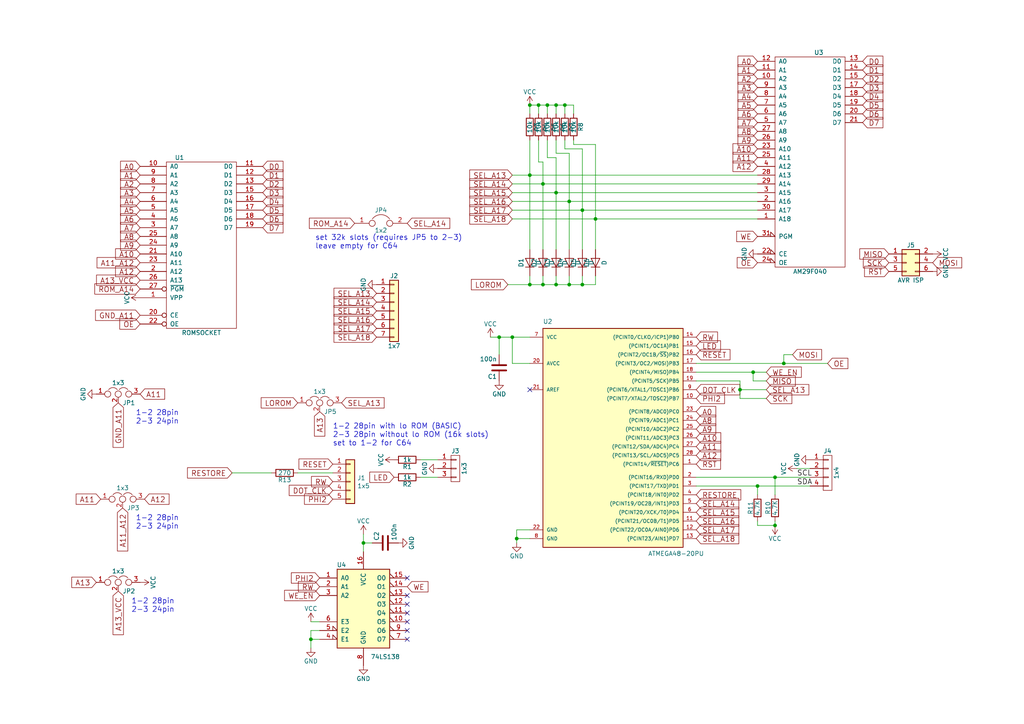
<source format=kicad_sch>
(kicad_sch (version 20230121) (generator eeschema)
  (paper "A4")
  (lib_symbols
    (symbol "74xx:74LS138" (pin_names (offset 1.016))
      (property "Reference" "U" (at -7.62 11.43 0))
      (property "Value" "74LS138" (at -7.62 -13.97 0))
      (symbol "74LS138_1_0"
        (pin input line (at -12.7 7.62 0) (length 5.08) (name "A0") (number "1"))
        (pin output output_low (at 12.7 -5.08 180) (length 5.08) (name "O5") (number "10"))
        (pin output output_low (at 12.7 -2.54 180) (length 5.08) (name "O4") (number "11"))
        (pin output output_low (at 12.7 0 180) (length 5.08) (name "O3") (number "12"))
        (pin output output_low (at 12.7 2.54 180) (length 5.08) (name "O2") (number "13"))
        (pin output output_low (at 12.7 5.08 180) (length 5.08) (name "O1") (number "14"))
        (pin output output_low (at 12.7 7.62 180) (length 5.08) (name "O0") (number "15"))
        (pin power_in line (at 0 15.24 270) (length 5.08) (name "VCC") (number "16"))
        (pin input line (at -12.7 5.08 0) (length 5.08) (name "A1") (number "2"))
        (pin input line (at -12.7 2.54 0) (length 5.08) (name "A2") (number "3"))
        (pin input input_low (at -12.7 -10.16 0) (length 5.08) (name "E1") (number "4"))
        (pin input input_low (at -12.7 -7.62 0) (length 5.08) (name "E2") (number "5"))
        (pin input line (at -12.7 -5.08 0) (length 5.08) (name "E3") (number "6"))
        (pin output output_low (at 12.7 -10.16 180) (length 5.08) (name "O7") (number "7"))
        (pin power_in line (at 0 -17.78 90) (length 5.08) (name "GND") (number "8"))
        (pin output output_low (at 12.7 -7.62 180) (length 5.08) (name "O6") (number "9"))
      )
      (symbol "74LS138_1_1"
        (rectangle (start -7.62 10.16) (end 7.62 -12.7) (stroke (width 0.254)) (fill (type background)))
      )
    )
    (symbol "Connector_Generic:Conn_01x05" (pin_names (offset 1.016) hide)
      (property "Reference" "J" (at 0 7.62 0))
      (property "Value" "Conn_01x05" (at 0 -7.62 0))
      (symbol "Conn_01x05_1_1"
        (rectangle (start -1.27 -4.953) (end 0 -5.207) (stroke (width 0.1524)))
        (rectangle (start -1.27 -2.413) (end 0 -2.667) (stroke (width 0.1524)))
        (rectangle (start -1.27 0.127) (end 0 -0.127) (stroke (width 0.1524)))
        (rectangle (start -1.27 2.667) (end 0 2.413) (stroke (width 0.1524)))
        (rectangle (start -1.27 5.207) (end 0 4.953) (stroke (width 0.1524)))
        (rectangle (start -1.27 6.35) (end 1.27 -6.35) (stroke (width 0.254)) (fill (type background)))
        (pin passive line (at -5.08 5.08 0) (length 3.81) (name "Pin_1") (number "1"))
        (pin passive line (at -5.08 2.54 0) (length 3.81) (name "Pin_2") (number "2"))
        (pin passive line (at -5.08 0 0) (length 3.81) (name "Pin_3") (number "3"))
        (pin passive line (at -5.08 -2.54 0) (length 3.81) (name "Pin_4") (number "4"))
        (pin passive line (at -5.08 -5.08 0) (length 3.81) (name "Pin_5") (number "5"))
      )
    )
    (symbol "magicFlash64-rescue:27128-magicFlash64-rescue" (pin_names (offset 1.016))
      (property "Reference" "U" (at -6.35 25.4 0))
      (property "Value" "27128-magicFlash64-rescue" (at 0 -25.4 0))
      (symbol "27128-magicFlash64-rescue_0_0"
        (pin power_in line (at 0 -25.4 90) (length 1.27) hide (name "GND") (number "14"))
        (pin power_in line (at 0 25.4 270) (length 1.27) hide (name "VCC") (number "28"))
      )
      (symbol "27128-magicFlash64-rescue_0_1"
        (rectangle (start -10.16 24.13) (end 10.16 -24.13))
      )
      (symbol "27128-magicFlash64-rescue_1_1"
        (pin input line (at -17.78 -15.24 0) (length 7.62) (name "VPP") (number "1"))
        (pin input line (at -17.78 22.86 0) (length 7.62) (name "A0") (number "10"))
        (pin tri_state line (at 17.78 22.86 180) (length 7.62) (name "D0") (number "11"))
        (pin tri_state line (at 17.78 20.32 180) (length 7.62) (name "D1") (number "12"))
        (pin tri_state line (at 17.78 17.78 180) (length 7.62) (name "D2") (number "13"))
        (pin tri_state line (at 17.78 15.24 180) (length 7.62) (name "D3") (number "15"))
        (pin tri_state line (at 17.78 12.7 180) (length 7.62) (name "D4") (number "16"))
        (pin tri_state line (at 17.78 10.16 180) (length 7.62) (name "D5") (number "17"))
        (pin tri_state line (at 17.78 7.62 180) (length 7.62) (name "D6") (number "18"))
        (pin tri_state line (at 17.78 5.08 180) (length 7.62) (name "D7") (number "19"))
        (pin input line (at -17.78 -7.62 0) (length 7.62) (name "A12") (number "2"))
        (pin input inverted (at -17.78 -20.32 0) (length 7.62) (name "CE") (number "20"))
        (pin input line (at -17.78 -2.54 0) (length 7.62) (name "A10") (number "21"))
        (pin input inverted (at -17.78 -22.86 0) (length 7.62) (name "OE") (number "22"))
        (pin input line (at -17.78 -5.08 0) (length 7.62) (name "A11") (number "23"))
        (pin input line (at -17.78 0 0) (length 7.62) (name "A9") (number "24"))
        (pin input line (at -17.78 2.54 0) (length 7.62) (name "A8") (number "25"))
        (pin input line (at -17.78 -10.16 0) (length 7.62) (name "A13") (number "26"))
        (pin input inverted (at -17.78 -12.7 0) (length 7.62) (name "~{PGM}") (number "27"))
        (pin input line (at -17.78 5.08 0) (length 7.62) (name "A7") (number "3"))
        (pin input line (at -17.78 7.62 0) (length 7.62) (name "A6") (number "4"))
        (pin input line (at -17.78 10.16 0) (length 7.62) (name "A5") (number "5"))
        (pin input line (at -17.78 12.7 0) (length 7.62) (name "A4") (number "6"))
        (pin input line (at -17.78 15.24 0) (length 7.62) (name "A3") (number "7"))
        (pin input line (at -17.78 17.78 0) (length 7.62) (name "A2") (number "8"))
        (pin input line (at -17.78 20.32 0) (length 7.62) (name "A1") (number "9"))
      )
    )
    (symbol "magicFlash64-rescue:ATMEGA48-20PU-magicFlash64-rescue" (pin_names (offset 1.016))
      (property "Reference" "U" (at -21.59 33.02 0))
      (property "Value" "ATMEGA48-20PU-magicFlash64-rescue" (at 8.89 -34.29 0))
      (symbol "ATMEGA48-20PU-magicFlash64-rescue_0_1"
        (rectangle (start -21.59 31.75) (end 19.05 -31.75) (stroke (width 0.254)) (fill (type background)))
      )
      (symbol "ATMEGA48-20PU-magicFlash64-rescue_1_1"
        (pin bidirectional line (at 22.86 -7.62 180) (length 3.81) (name "(PCINT14/~{RESET})PC6") (number "1"))
        (pin bidirectional line (at 22.86 11.43 180) (length 3.81) (name "(PCINT7/XTAL2/TOSC2)PB7") (number "10"))
        (pin bidirectional line (at 22.86 -24.13 180) (length 3.81) (name "(PCINT21/OC0B/T1)PD5") (number "11"))
        (pin bidirectional line (at 22.86 -26.67 180) (length 3.81) (name "(PCINT22/OC0A/AIN0)PD6") (number "12"))
        (pin bidirectional line (at 22.86 -29.21 180) (length 3.81) (name "(PCINT23/AIN1)PD7") (number "13"))
        (pin bidirectional line (at 22.86 29.21 180) (length 3.81) (name "(PCINT0/CLKO/ICP1)PB0") (number "14"))
        (pin bidirectional line (at 22.86 26.67 180) (length 3.81) (name "(PCINT1/OC1A)PB1") (number "15"))
        (pin bidirectional line (at 22.86 24.13 180) (length 3.81) (name "(PCINT2/OC1B/~{SS})PB2") (number "16"))
        (pin bidirectional line (at 22.86 21.59 180) (length 3.81) (name "(PCINT3/OC2/MOSI)PB3") (number "17"))
        (pin bidirectional line (at 22.86 19.05 180) (length 3.81) (name "(PCINT4/MISO)PB4") (number "18"))
        (pin bidirectional line (at 22.86 16.51 180) (length 3.81) (name "(PCINT5/SCK)PB5") (number "19"))
        (pin bidirectional line (at 22.86 -11.43 180) (length 3.81) (name "(PCINT16/RXD)PD0") (number "2"))
        (pin power_in line (at -25.4 21.59 0) (length 3.81) (name "AVCC") (number "20"))
        (pin bidirectional line (at -25.4 13.97 0) (length 3.81) (name "AREF") (number "21"))
        (pin power_in line (at -25.4 -26.67 0) (length 3.81) (name "GND") (number "22"))
        (pin bidirectional line (at 22.86 7.62 180) (length 3.81) (name "(PCINT8/ADC0)PC0") (number "23"))
        (pin bidirectional line (at 22.86 5.08 180) (length 3.81) (name "(PCINT9/ADC1)PC1") (number "24"))
        (pin bidirectional line (at 22.86 2.54 180) (length 3.81) (name "(PCINT10/ADC2)PC2") (number "25"))
        (pin bidirectional line (at 22.86 0 180) (length 3.81) (name "(PCINT11/ADC3)PC3") (number "26"))
        (pin bidirectional line (at 22.86 -2.54 180) (length 3.81) (name "(PCINT12/SDA/ADC4)PC4") (number "27"))
        (pin bidirectional line (at 22.86 -5.08 180) (length 3.81) (name "(PCINT13/SCL/ADC5)PC5") (number "28"))
        (pin bidirectional line (at 22.86 -13.97 180) (length 3.81) (name "(PCINT17/TXD)PD1") (number "3"))
        (pin bidirectional line (at 22.86 -16.51 180) (length 3.81) (name "(PCINT18/INT0)PD2") (number "4"))
        (pin bidirectional line (at 22.86 -19.05 180) (length 3.81) (name "(PCINT19/OC2B/INT1)PD3") (number "5"))
        (pin bidirectional line (at 22.86 -21.59 180) (length 3.81) (name "(PCINT20/XCK/T0)PD4") (number "6"))
        (pin power_in line (at -25.4 29.21 0) (length 3.81) (name "VCC") (number "7"))
        (pin power_in line (at -25.4 -29.21 0) (length 3.81) (name "GND") (number "8"))
        (pin bidirectional line (at 22.86 13.97 180) (length 3.81) (name "(PCINT6/XTAL1/TOSC1)PB6") (number "9"))
      )
    )
    (symbol "magicFlash64-rescue:C-magicFlash64-rescue" (pin_numbers hide) (pin_names (offset 0.254))
      (property "Reference" "C" (at 0.635 2.54 0))
      (property "Value" "C-magicFlash64-rescue" (at 0.635 -2.54 0))
      (symbol "C-magicFlash64-rescue_0_1"
        (polyline (pts (xy -2.032 -0.762) (xy 2.032 -0.762)) (stroke (width 0.508)))
        (polyline (pts (xy -2.032 0.762) (xy 2.032 0.762)) (stroke (width 0.508)))
      )
      (symbol "C-magicFlash64-rescue_1_1"
        (pin passive line (at 0 3.81 270) (length 2.794) (name "~") (number "1"))
        (pin passive line (at 0 -3.81 90) (length 2.794) (name "~") (number "2"))
      )
    )
    (symbol "magicFlash64-rescue:CONN_01X03-magicFlash64-rescue" (pin_names (offset 1.016) hide)
      (property "Reference" "J" (at 0 5.08 0))
      (property "Value" "CONN_01X03-magicFlash64-rescue" (at 2.54 0 90))
      (symbol "CONN_01X03-magicFlash64-rescue_0_1"
        (rectangle (start -1.27 -2.413) (end 0.254 -2.667))
        (rectangle (start -1.27 0.127) (end 0.254 -0.127))
        (rectangle (start -1.27 2.667) (end 0.254 2.413))
        (rectangle (start -1.27 3.81) (end 1.27 -3.81))
      )
      (symbol "CONN_01X03-magicFlash64-rescue_1_1"
        (pin passive line (at -5.08 2.54 0) (length 3.81) (name "P1") (number "1"))
        (pin passive line (at -5.08 0 0) (length 3.81) (name "P2") (number "2"))
        (pin passive line (at -5.08 -2.54 0) (length 3.81) (name "P3") (number "3"))
      )
    )
    (symbol "magicFlash64-rescue:CONN_01X04-magicFlash64-rescue" (pin_names (offset 1.016) hide)
      (property "Reference" "J" (at 0 6.35 0))
      (property "Value" "CONN_01X04-magicFlash64-rescue" (at 2.54 0 90))
      (symbol "CONN_01X04-magicFlash64-rescue_0_1"
        (rectangle (start -1.27 -3.683) (end 0.254 -3.937))
        (rectangle (start -1.27 -1.143) (end 0.254 -1.397))
        (rectangle (start -1.27 1.397) (end 0.254 1.143))
        (rectangle (start -1.27 3.937) (end 0.254 3.683))
        (rectangle (start -1.27 5.08) (end 1.27 -5.08))
      )
      (symbol "CONN_01X04-magicFlash64-rescue_1_1"
        (pin passive line (at -5.08 3.81 0) (length 3.81) (name "P1") (number "1"))
        (pin passive line (at -5.08 1.27 0) (length 3.81) (name "P2") (number "2"))
        (pin passive line (at -5.08 -1.27 0) (length 3.81) (name "P3") (number "3"))
        (pin passive line (at -5.08 -3.81 0) (length 3.81) (name "P4") (number "4"))
      )
    )
    (symbol "magicFlash64-rescue:Conn_01x07-magicFlash64-rescue" (pin_names (offset 1.016) hide)
      (property "Reference" "J" (at 0 10.16 0))
      (property "Value" "Conn_01x07-magicFlash64-rescue" (at 0 -10.16 0))
      (symbol "Conn_01x07-magicFlash64-rescue_1_1"
        (rectangle (start -1.27 -7.493) (end 0 -7.747) (stroke (width 0.1524)))
        (rectangle (start -1.27 -4.953) (end 0 -5.207) (stroke (width 0.1524)))
        (rectangle (start -1.27 -2.413) (end 0 -2.667) (stroke (width 0.1524)))
        (rectangle (start -1.27 0.127) (end 0 -0.127) (stroke (width 0.1524)))
        (rectangle (start -1.27 2.667) (end 0 2.413) (stroke (width 0.1524)))
        (rectangle (start -1.27 5.207) (end 0 4.953) (stroke (width 0.1524)))
        (rectangle (start -1.27 7.747) (end 0 7.493) (stroke (width 0.1524)))
        (rectangle (start -1.27 8.89) (end 1.27 -8.89) (stroke (width 0.254)) (fill (type background)))
        (pin passive line (at -5.08 7.62 0) (length 3.81) (name "Pin_1") (number "1"))
        (pin passive line (at -5.08 5.08 0) (length 3.81) (name "Pin_2") (number "2"))
        (pin passive line (at -5.08 2.54 0) (length 3.81) (name "Pin_3") (number "3"))
        (pin passive line (at -5.08 0 0) (length 3.81) (name "Pin_4") (number "4"))
        (pin passive line (at -5.08 -2.54 0) (length 3.81) (name "Pin_5") (number "5"))
        (pin passive line (at -5.08 -5.08 0) (length 3.81) (name "Pin_6") (number "6"))
        (pin passive line (at -5.08 -7.62 0) (length 3.81) (name "Pin_7") (number "7"))
      )
    )
    (symbol "magicFlash64-rescue:Conn_02x03_Odd_Even-magicFlash64-rescue" (pin_names (offset 1.016) hide)
      (property "Reference" "J" (at 1.27 5.08 0))
      (property "Value" "Conn_02x03_Odd_Even-magicFlash64-rescue" (at 1.27 -5.08 0))
      (symbol "Conn_02x03_Odd_Even-magicFlash64-rescue_1_1"
        (rectangle (start -1.27 -2.413) (end 0 -2.667) (stroke (width 0.1524)))
        (rectangle (start -1.27 0.127) (end 0 -0.127) (stroke (width 0.1524)))
        (rectangle (start -1.27 2.667) (end 0 2.413) (stroke (width 0.1524)))
        (rectangle (start -1.27 3.81) (end 3.81 -3.81) (stroke (width 0.254)) (fill (type background)))
        (rectangle (start 3.81 -2.413) (end 2.54 -2.667) (stroke (width 0.1524)))
        (rectangle (start 3.81 0.127) (end 2.54 -0.127) (stroke (width 0.1524)))
        (rectangle (start 3.81 2.667) (end 2.54 2.413) (stroke (width 0.1524)))
        (pin passive line (at -5.08 2.54 0) (length 3.81) (name "Pin_1") (number "1"))
        (pin passive line (at 7.62 2.54 180) (length 3.81) (name "Pin_2") (number "2"))
        (pin passive line (at -5.08 0 0) (length 3.81) (name "Pin_3") (number "3"))
        (pin passive line (at 7.62 0 180) (length 3.81) (name "Pin_4") (number "4"))
        (pin passive line (at -5.08 -2.54 0) (length 3.81) (name "Pin_5") (number "5"))
        (pin passive line (at 7.62 -2.54 180) (length 3.81) (name "Pin_6") (number "6"))
      )
    )
    (symbol "magicFlash64-rescue:D-magicFlash64-rescue" (pin_numbers hide) (pin_names (offset 1.016) hide)
      (property "Reference" "D" (at 0 2.54 0))
      (property "Value" "D-magicFlash64-rescue" (at 0 -2.54 0))
      (symbol "D-magicFlash64-rescue_0_1"
        (polyline (pts (xy -1.27 1.27) (xy -1.27 -1.27)) (stroke (width 0.2032)))
        (polyline (pts (xy 1.27 0) (xy -1.27 0)))
        (polyline (pts (xy 1.27 1.27) (xy 1.27 -1.27) (xy -1.27 0) (xy 1.27 1.27)) (stroke (width 0.2032)))
      )
      (symbol "D-magicFlash64-rescue_1_1"
        (pin passive line (at -3.81 0 0) (length 2.54) (name "K") (number "1"))
        (pin passive line (at 3.81 0 180) (length 2.54) (name "A") (number "2"))
      )
    )
    (symbol "magicFlash64-rescue:Jumper-magicFlash64-rescue" (pin_names (offset 0.762) hide)
      (property "Reference" "JP" (at 0 3.81 0))
      (property "Value" "Jumper-magicFlash64-rescue" (at 0 -2.032 0))
      (symbol "Jumper-magicFlash64-rescue_0_1"
        (circle (center -2.54 0) (radius 0.889))
        (arc (start 2.5146 1.27) (mid 0.0078 2.5097) (end -2.4892 1.27))
        (circle (center 2.54 0) (radius 0.889))
        (pin passive line (at -7.62 0 0) (length 4.191) (name "1") (number "1"))
        (pin passive line (at 7.62 0 180) (length 4.191) (name "2") (number "2"))
      )
    )
    (symbol "magicFlash64-rescue:Jumper_NC_Dual-magicFlash64-rescue" (pin_names (offset 0.762) hide)
      (property "Reference" "JP" (at 1.27 -2.54 0))
      (property "Value" "Jumper_NC_Dual-magicFlash64-rescue" (at 0 2.54 0))
      (symbol "Jumper_NC_Dual-magicFlash64-rescue_0_1"
        (circle (center -3.048 0) (radius 0.889))
        (arc (start -0.254 1.27) (mid -1.524 1.8804) (end -2.794 1.27))
        (circle (center 0 0) (radius 0.9144))
        (arc (start 2.794 1.27) (mid 1.524 1.8804) (end 0.254 1.27))
        (circle (center 3.048 0) (radius 0.889))
        (pin passive line (at -6.35 0 0) (length 2.413) (name "1") (number "1"))
        (pin passive line (at 0 -2.54 90) (length 1.524) (name "2") (number "2"))
        (pin passive line (at 6.35 0 180) (length 2.413) (name "3") (number "3"))
      )
    )
    (symbol "magicFlash64-rescue:R-magicFlash64-rescue" (pin_numbers hide) (pin_names (offset 0))
      (property "Reference" "R" (at 2.032 0 90))
      (property "Value" "R-magicFlash64-rescue" (at 0 0 90))
      (symbol "R-magicFlash64-rescue_0_1"
        (rectangle (start -1.016 -2.54) (end 1.016 2.54) (stroke (width 0.254)))
      )
      (symbol "R-magicFlash64-rescue_1_1"
        (pin passive line (at 0 3.81 270) (length 1.27) (name "~") (number "1"))
        (pin passive line (at 0 -3.81 90) (length 1.27) (name "~") (number "2"))
      )
    )
    (symbol "magicFlash64-rescue:SST39SF040-magicFlash64-rescue" (pin_names (offset 1.016))
      (property "Reference" "U" (at 2.54 33.02 0))
      (property "Value" "SST39SF040-magicFlash64-rescue" (at 0 -30.48 0))
      (symbol "SST39SF040-magicFlash64-rescue_0_0"
        (pin power_in line (at 0 -30.48 90) (length 1.27) hide (name "GND") (number "16"))
        (pin power_in line (at 0 33.02 270) (length 1.27) hide (name "VCC") (number "32"))
      )
      (symbol "SST39SF040-magicFlash64-rescue_0_1"
        (rectangle (start -10.16 31.75) (end 10.16 -29.21))
      )
      (symbol "SST39SF040-magicFlash64-rescue_1_1"
        (pin input line (at -15.24 -15.24 0) (length 5.08) (name "A18") (number "1"))
        (pin input line (at -15.24 25.4 0) (length 5.08) (name "A2") (number "10"))
        (pin input line (at -15.24 27.94 0) (length 5.08) (name "A1") (number "11"))
        (pin input line (at -15.24 30.48 0) (length 5.08) (name "A0") (number "12"))
        (pin tri_state line (at 15.24 30.48 180) (length 5.08) (name "D0") (number "13"))
        (pin tri_state line (at 15.24 27.94 180) (length 5.08) (name "D1") (number "14"))
        (pin tri_state line (at 15.24 25.4 180) (length 5.08) (name "D2") (number "15"))
        (pin tri_state line (at 15.24 22.86 180) (length 5.08) (name "D3") (number "17"))
        (pin tri_state line (at 15.24 20.32 180) (length 5.08) (name "D4") (number "18"))
        (pin tri_state line (at 15.24 17.78 180) (length 5.08) (name "D5") (number "19"))
        (pin input line (at -15.24 -10.16 0) (length 5.08) (name "A16") (number "2"))
        (pin tri_state line (at 15.24 15.24 180) (length 5.08) (name "D6") (number "20"))
        (pin tri_state line (at 15.24 12.7 180) (length 5.08) (name "D7") (number "21"))
        (pin input input_low (at -15.24 -25.4 0) (length 5.08) (name "CE") (number "22"))
        (pin input line (at -15.24 5.08 0) (length 5.08) (name "A10") (number "23"))
        (pin input input_low (at -15.24 -27.94 0) (length 5.08) (name "OE") (number "24"))
        (pin input line (at -15.24 2.54 0) (length 5.08) (name "A11") (number "25"))
        (pin input line (at -15.24 7.62 0) (length 5.08) (name "A9") (number "26"))
        (pin input line (at -15.24 10.16 0) (length 5.08) (name "A8") (number "27"))
        (pin input line (at -15.24 -2.54 0) (length 5.08) (name "A13") (number "28"))
        (pin input line (at -15.24 -5.08 0) (length 5.08) (name "A14") (number "29"))
        (pin input line (at -15.24 -7.62 0) (length 5.08) (name "A15") (number "3"))
        (pin input line (at -15.24 -12.7 0) (length 5.08) (name "A17") (number "30"))
        (pin input input_low (at -15.24 -20.32 0) (length 5.08) (name "PGM") (number "31"))
        (pin input line (at -15.24 0 0) (length 5.08) (name "A12") (number "4"))
        (pin input line (at -15.24 12.7 0) (length 5.08) (name "A7") (number "5"))
        (pin input line (at -15.24 15.24 0) (length 5.08) (name "A6") (number "6"))
        (pin input line (at -15.24 17.78 0) (length 5.08) (name "A5") (number "7"))
        (pin input line (at -15.24 20.32 0) (length 5.08) (name "A4") (number "8"))
        (pin input line (at -15.24 22.86 0) (length 5.08) (name "A3") (number "9"))
      )
    )
    (symbol "power:GND" (power) (pin_names (offset 0))
      (property "Value" "GND" (at 0 -3.81 0))
      (symbol "GND_0_1"
        (polyline (pts (xy 0 0) (xy 0 -1.27) (xy 1.27 -1.27) (xy 0 -2.54) (xy -1.27 -1.27) (xy 0 -1.27)))
      )
      (symbol "GND_1_1"
        (pin power_in line (at 0 0 270) (length 0) hide (name "GND") (number "1"))
      )
    )
    (symbol "power:VCC" (power) (pin_names (offset 0))
      (property "Value" "VCC" (at 0 3.81 0))
      (symbol "VCC_0_1"
        (polyline (pts (xy -0.762 1.27) (xy 0 2.54)))
        (polyline (pts (xy 0 0) (xy 0 2.54)))
        (polyline (pts (xy 0 2.54) (xy 0.762 1.27)))
      )
      (symbol "VCC_1_1"
        (pin power_in line (at 0 0 90) (length 0) hide (name "VCC") (number "1"))
      )
    )
  )
  (junction (at 224.79 138.43))
  (junction (at 224.79 152.4))
  (junction (at 105.41 157.48))
  (junction (at 161.29 82.55))
  (junction (at 161.29 30.48))
  (junction (at 153.67 30.48))
  (junction (at 153.67 82.55))
  (junction (at 149.86 156.21))
  (junction (at 219.71 140.97))
  (junction (at 227.33 105.41))
  (junction (at 172.72 63.5))
  (junction (at 156.21 30.48))
  (junction (at 218.44 107.95))
  (junction (at 144.78 97.79))
  (junction (at 157.48 82.55))
  (junction (at 158.75 30.48))
  (junction (at 165.1 82.55))
  (junction (at 148.59 97.79))
  (junction (at 214.63 113.03))
  (junction (at 168.91 60.96))
  (junction (at 161.29 55.88))
  (junction (at 153.67 50.8))
  (junction (at 165.1 58.42))
  (junction (at 157.48 53.34))
  (junction (at 90.17 185.42))
  (junction (at 163.83 30.48))
  (junction (at 168.91 82.55))
  (no_connect (at 118.11 167.64))
  (no_connect (at 118.11 180.34))
  (no_connect (at 118.11 182.88))
  (no_connect (at 153.67 113.03))
  (no_connect (at 118.11 175.26))
  (no_connect (at 118.11 177.8))
  (no_connect (at 118.11 172.72))
  (no_connect (at 118.11 185.42))
  (wire (pts (xy 214.63 113.03) (xy 222.25 113.03)))
  (wire (pts (xy 168.91 43.18) (xy 163.83 43.18)))
  (wire (pts (xy 227.33 102.87) (xy 227.33 105.41)))
  (wire (pts (xy 168.91 82.55) (xy 168.91 80.01)))
  (wire (pts (xy 222.25 110.49) (xy 218.44 110.49)))
  (wire (pts (xy 229.87 102.87) (xy 227.33 102.87)))
  (wire (pts (xy 168.91 60.96) (xy 168.91 72.39)))
  (wire (pts (xy 224.79 152.4) (xy 224.79 151.13)))
  (wire (pts (xy 161.29 82.55) (xy 165.1 82.55)))
  (wire (pts (xy 149.86 156.21) (xy 149.86 153.67)))
  (wire (pts (xy 153.67 82.55) (xy 157.48 82.55)))
  (wire (pts (xy 172.72 41.91) (xy 166.37 41.91)))
  (wire (pts (xy 153.67 50.8) (xy 153.67 72.39)))
  (wire (pts (xy 86.36 137.16) (xy 96.52 137.16)))
  (wire (pts (xy 166.37 33.02) (xy 166.37 30.48)))
  (wire (pts (xy 148.59 55.88) (xy 161.29 55.88)))
  (wire (pts (xy 161.29 45.72) (xy 161.29 55.88)))
  (wire (pts (xy 153.67 30.48) (xy 153.67 33.02)))
  (wire (pts (xy 224.79 138.43) (xy 234.95 138.43)))
  (wire (pts (xy 219.71 140.97) (xy 201.93 140.97)))
  (wire (pts (xy 148.59 50.8) (xy 153.67 50.8)))
  (wire (pts (xy 107.95 157.48) (xy 105.41 157.48)))
  (wire (pts (xy 165.1 44.45) (xy 165.1 58.42)))
  (wire (pts (xy 157.48 46.99) (xy 157.48 53.34)))
  (wire (pts (xy 147.32 82.55) (xy 153.67 82.55)))
  (wire (pts (xy 219.71 152.4) (xy 224.79 152.4)))
  (wire (pts (xy 166.37 41.91) (xy 166.37 40.64)))
  (wire (pts (xy 156.21 30.48) (xy 153.67 30.48)))
  (wire (pts (xy 163.83 43.18) (xy 163.83 40.64)))
  (wire (pts (xy 92.71 182.88) (xy 90.17 182.88)))
  (wire (pts (xy 201.93 105.41) (xy 227.33 105.41)))
  (wire (pts (xy 168.91 60.96) (xy 219.71 60.96)))
  (wire (pts (xy 148.59 53.34) (xy 157.48 53.34)))
  (wire (pts (xy 157.48 53.34) (xy 219.71 53.34)))
  (wire (pts (xy 172.72 63.5) (xy 172.72 72.39)))
  (wire (pts (xy 156.21 46.99) (xy 157.48 46.99)))
  (wire (pts (xy 149.86 153.67) (xy 153.67 153.67)))
  (wire (pts (xy 153.67 50.8) (xy 219.71 50.8)))
  (wire (pts (xy 161.29 44.45) (xy 161.29 40.64)))
  (wire (pts (xy 161.29 30.48) (xy 158.75 30.48)))
  (wire (pts (xy 165.1 80.01) (xy 165.1 82.55)))
  (wire (pts (xy 142.24 97.79) (xy 144.78 97.79)))
  (wire (pts (xy 161.29 82.55) (xy 161.29 80.01)))
  (wire (pts (xy 153.67 80.01) (xy 153.67 82.55)))
  (wire (pts (xy 224.79 143.51) (xy 224.79 138.43)))
  (wire (pts (xy 148.59 63.5) (xy 172.72 63.5)))
  (wire (pts (xy 149.86 157.48) (xy 149.86 156.21)))
  (wire (pts (xy 90.17 187.96) (xy 90.17 185.42)))
  (wire (pts (xy 158.75 30.48) (xy 156.21 30.48)))
  (wire (pts (xy 219.71 143.51) (xy 219.71 140.97)))
  (wire (pts (xy 148.59 105.41) (xy 153.67 105.41)))
  (wire (pts (xy 214.63 113.03) (xy 214.63 115.57)))
  (wire (pts (xy 161.29 30.48) (xy 161.29 33.02)))
  (wire (pts (xy 144.78 97.79) (xy 148.59 97.79)))
  (wire (pts (xy 157.48 80.01) (xy 157.48 82.55)))
  (wire (pts (xy 90.17 185.42) (xy 92.71 185.42)))
  (wire (pts (xy 157.48 82.55) (xy 161.29 82.55)))
  (wire (pts (xy 153.67 40.64) (xy 153.67 50.8)))
  (wire (pts (xy 201.93 138.43) (xy 224.79 138.43)))
  (wire (pts (xy 218.44 107.95) (xy 201.93 107.95)))
  (wire (pts (xy 172.72 63.5) (xy 219.71 63.5)))
  (wire (pts (xy 148.59 60.96) (xy 168.91 60.96)))
  (wire (pts (xy 214.63 115.57) (xy 222.25 115.57)))
  (wire (pts (xy 161.29 55.88) (xy 161.29 72.39)))
  (wire (pts (xy 163.83 30.48) (xy 161.29 30.48)))
  (wire (pts (xy 234.95 140.97) (xy 219.71 140.97)))
  (wire (pts (xy 144.78 102.87) (xy 144.78 97.79)))
  (wire (pts (xy 90.17 180.34) (xy 92.71 180.34)))
  (wire (pts (xy 166.37 30.48) (xy 163.83 30.48)))
  (wire (pts (xy 105.41 154.94) (xy 105.41 157.48)))
  (wire (pts (xy 222.25 107.95) (xy 218.44 107.95)))
  (wire (pts (xy 157.48 53.34) (xy 157.48 72.39)))
  (wire (pts (xy 105.41 157.48) (xy 105.41 160.02)))
  (wire (pts (xy 201.93 110.49) (xy 214.63 110.49)))
  (wire (pts (xy 156.21 40.64) (xy 156.21 46.99)))
  (wire (pts (xy 148.59 97.79) (xy 148.59 105.41)))
  (wire (pts (xy 158.75 45.72) (xy 158.75 40.64)))
  (wire (pts (xy 165.1 44.45) (xy 161.29 44.45)))
  (wire (pts (xy 172.72 41.91) (xy 172.72 63.5)))
  (wire (pts (xy 231.14 135.89) (xy 234.95 135.89)))
  (wire (pts (xy 156.21 30.48) (xy 156.21 33.02)))
  (wire (pts (xy 218.44 110.49) (xy 218.44 107.95)))
  (wire (pts (xy 163.83 30.48) (xy 163.83 33.02)))
  (wire (pts (xy 214.63 110.49) (xy 214.63 113.03)))
  (wire (pts (xy 165.1 58.42) (xy 219.71 58.42)))
  (wire (pts (xy 78.74 137.16) (xy 67.31 137.16)))
  (wire (pts (xy 90.17 182.88) (xy 90.17 185.42)))
  (wire (pts (xy 121.92 133.35) (xy 127 133.35)))
  (wire (pts (xy 165.1 58.42) (xy 165.1 72.39)))
  (wire (pts (xy 153.67 156.21) (xy 149.86 156.21)))
  (wire (pts (xy 161.29 55.88) (xy 219.71 55.88)))
  (wire (pts (xy 148.59 58.42) (xy 165.1 58.42)))
  (wire (pts (xy 219.71 152.4) (xy 219.71 151.13)))
  (wire (pts (xy 158.75 30.48) (xy 158.75 33.02)))
  (wire (pts (xy 161.29 45.72) (xy 158.75 45.72)))
  (wire (pts (xy 121.92 138.43) (xy 127 138.43)))
  (wire (pts (xy 148.59 97.79) (xy 153.67 97.79)))
  (wire (pts (xy 168.91 82.55) (xy 172.72 82.55)))
  (wire (pts (xy 165.1 82.55) (xy 168.91 82.55)))
  (wire (pts (xy 172.72 82.55) (xy 172.72 80.01)))
  (wire (pts (xy 168.91 43.18) (xy 168.91 60.96)))
  (wire (pts (xy 227.33 105.41) (xy 240.03 105.41)))
  (text "set 32k slots (requires JP5 to 2-3)\nleave empty for C64" (at 91.44 72.39 0) (effects (font (size 1.524 1.524)) (justify left bottom)))
  (text "1-2 28pin\n2-3 24pin" (at 39.37 153.67 0) (effects (font (size 1.524 1.524)) (justify left bottom)))
  (text "1-2 28pin\n2-3 24pin" (at 38.1 177.8 0) (effects (font (size 1.524 1.524)) (justify left bottom)))
  (text "1-2 28pin with lo ROM (BASIC)\n2-3 28pin without lo ROM (16k slots)\nset to 1-2 for C64" (at 96.52 129.54 0) (effects (font (size 1.524 1.524)) (justify left bottom)))
  (text "1-2 28pin\n2-3 24pin" (at 39.37 123.19 0) (effects (font (size 1.524 1.524)) (justify left bottom)))
  (label "SCL" (at 231.14 138.43 0) (effects (font (size 1.524 1.524))))
  (label "SDA" (at 231.14 140.97 0) (effects (font (size 1.524 1.524))))
  (global_label "SEL_A17" (shape input) (at 201.93 153.67 0) (effects (font (size 1.524 1.524))) (property "Intersheetrefs" "${INTERSHEET_REFS}" (effects hide)))
  (global_label "A11" (shape input) (at 219.71 45.72 180) (effects (font (size 1.524 1.524))) (property "Intersheetrefs" "${INTERSHEET_REFS}" (effects hide)))
  (global_label "LOROM" (shape input) (at 86.36 116.84 180) (effects (font (size 1.524 1.524))) (property "Intersheetrefs" "${INTERSHEET_REFS}" (effects hide)))
  (global_label "WE" (shape input) (at 118.11 170.18 0) (effects (font (size 1.524 1.524))) (property "Intersheetrefs" "${INTERSHEET_REFS}" (effects hide)))
  (global_label "SEL_A18" (shape input) (at 201.93 156.21 0) (effects (font (size 1.524 1.524))) (property "Intersheetrefs" "${INTERSHEET_REFS}" (effects hide)))
  (global_label "PHI2" (shape input) (at 92.71 167.64 180) (effects (font (size 1.524 1.524))) (property "Intersheetrefs" "${INTERSHEET_REFS}" (effects hide)))
  (global_label "A2" (shape input) (at 219.71 22.86 180) (effects (font (size 1.524 1.524))) (property "Intersheetrefs" "${INTERSHEET_REFS}" (effects hide)))
  (global_label "A4" (shape input) (at 40.64 58.42 180) (effects (font (size 1.524 1.524))) (property "Intersheetrefs" "${INTERSHEET_REFS}" (effects hide)))
  (global_label "A12" (shape input) (at 219.71 48.26 180) (effects (font (size 1.524 1.524))) (property "Intersheetrefs" "${INTERSHEET_REFS}" (effects hide)))
  (global_label "SEL_A16" (shape input) (at 109.22 92.71 180) (effects (font (size 1.524 1.524))) (property "Intersheetrefs" "${INTERSHEET_REFS}" (effects hide)))
  (global_label "ROM_A14" (shape input) (at 40.64 83.82 180) (effects (font (size 1.524 1.524))) (property "Intersheetrefs" "${INTERSHEET_REFS}" (effects hide)))
  (global_label "RST" (shape input) (at 257.81 78.74 180) (effects (font (size 1.524 1.524))) (property "Intersheetrefs" "${INTERSHEET_REFS}" (effects hide)))
  (global_label "ROM_A14" (shape input) (at 102.87 64.77 180) (effects (font (size 1.524 1.524))) (property "Intersheetrefs" "${INTERSHEET_REFS}" (effects hide)))
  (global_label "WE_EN" (shape input) (at 222.25 107.95 0) (effects (font (size 1.524 1.524))) (property "Intersheetrefs" "${INTERSHEET_REFS}" (effects hide)))
  (global_label "SEL_A13" (shape input) (at 109.22 85.09 180) (effects (font (size 1.524 1.524))) (property "Intersheetrefs" "${INTERSHEET_REFS}" (effects hide)))
  (global_label "SEL_A15" (shape input) (at 201.93 148.59 0) (effects (font (size 1.524 1.524))) (property "Intersheetrefs" "${INTERSHEET_REFS}" (effects hide)))
  (global_label "A12" (shape input) (at 40.64 78.74 180) (effects (font (size 1.524 1.524))) (property "Intersheetrefs" "${INTERSHEET_REFS}" (effects hide)))
  (global_label "A13_VCC" (shape input) (at 40.64 81.28 180) (effects (font (size 1.524 1.524))) (property "Intersheetrefs" "${INTERSHEET_REFS}" (effects hide)))
  (global_label "SEL_A15" (shape input) (at 109.22 90.17 180) (effects (font (size 1.524 1.524))) (property "Intersheetrefs" "${INTERSHEET_REFS}" (effects hide)))
  (global_label "A11_A12" (shape input) (at 40.64 76.2 180) (effects (font (size 1.524 1.524))) (property "Intersheetrefs" "${INTERSHEET_REFS}" (effects hide)))
  (global_label "D4" (shape input) (at 250.19 27.94 0) (effects (font (size 1.524 1.524))) (property "Intersheetrefs" "${INTERSHEET_REFS}" (effects hide)))
  (global_label "SEL_A18" (shape input) (at 148.59 63.5 180) (effects (font (size 1.524 1.524))) (property "Intersheetrefs" "${INTERSHEET_REFS}" (effects hide)))
  (global_label "A8" (shape input) (at 219.71 38.1 180) (effects (font (size 1.524 1.524))) (property "Intersheetrefs" "${INTERSHEET_REFS}" (effects hide)))
  (global_label "D3" (shape input) (at 250.19 25.4 0) (effects (font (size 1.524 1.524))) (property "Intersheetrefs" "${INTERSHEET_REFS}" (effects hide)))
  (global_label "A12" (shape input) (at 41.91 144.78 0) (effects (font (size 1.524 1.524))) (property "Intersheetrefs" "${INTERSHEET_REFS}" (effects hide)))
  (global_label "A11" (shape input) (at 201.93 129.54 0) (effects (font (size 1.524 1.524))) (property "Intersheetrefs" "${INTERSHEET_REFS}" (effects hide)))
  (global_label "RESTORE" (shape input) (at 201.93 143.51 0) (effects (font (size 1.524 1.524))) (property "Intersheetrefs" "${INTERSHEET_REFS}" (effects hide)))
  (global_label "D5" (shape input) (at 250.19 30.48 0) (effects (font (size 1.524 1.524))) (property "Intersheetrefs" "${INTERSHEET_REFS}" (effects hide)))
  (global_label "SEL_A17" (shape input) (at 109.22 95.25 180) (effects (font (size 1.524 1.524))) (property "Intersheetrefs" "${INTERSHEET_REFS}" (effects hide)))
  (global_label "WE_EN" (shape input) (at 92.71 172.72 180) (effects (font (size 1.524 1.524))) (property "Intersheetrefs" "${INTERSHEET_REFS}" (effects hide)))
  (global_label "D7" (shape input) (at 76.2 66.04 0) (effects (font (size 1.524 1.524))) (property "Intersheetrefs" "${INTERSHEET_REFS}" (effects hide)))
  (global_label "D4" (shape input) (at 76.2 58.42 0) (effects (font (size 1.524 1.524))) (property "Intersheetrefs" "${INTERSHEET_REFS}" (effects hide)))
  (global_label "RST" (shape input) (at 201.93 134.62 0) (effects (font (size 1.524 1.524))) (property "Intersheetrefs" "${INTERSHEET_REFS}" (effects hide)))
  (global_label "A8" (shape input) (at 201.93 121.92 0) (effects (font (size 1.524 1.524))) (property "Intersheetrefs" "${INTERSHEET_REFS}" (effects hide)))
  (global_label "A13" (shape input) (at 27.94 168.91 180) (effects (font (size 1.524 1.524))) (property "Intersheetrefs" "${INTERSHEET_REFS}" (effects hide)))
  (global_label "RW" (shape input) (at 92.71 170.18 180) (effects (font (size 1.524 1.524))) (property "Intersheetrefs" "${INTERSHEET_REFS}" (effects hide)))
  (global_label "WE" (shape input) (at 219.71 68.58 180) (effects (font (size 1.524 1.524))) (property "Intersheetrefs" "${INTERSHEET_REFS}" (effects hide)))
  (global_label "A9" (shape input) (at 201.93 124.46 0) (effects (font (size 1.524 1.524))) (property "Intersheetrefs" "${INTERSHEET_REFS}" (effects hide)))
  (global_label "A11" (shape input) (at 29.21 144.78 180) (effects (font (size 1.524 1.524))) (property "Intersheetrefs" "${INTERSHEET_REFS}" (effects hide)))
  (global_label "A0" (shape input) (at 219.71 17.78 180) (effects (font (size 1.524 1.524))) (property "Intersheetrefs" "${INTERSHEET_REFS}" (effects hide)))
  (global_label "A6" (shape input) (at 219.71 33.02 180) (effects (font (size 1.524 1.524))) (property "Intersheetrefs" "${INTERSHEET_REFS}" (effects hide)))
  (global_label "D7" (shape input) (at 250.19 35.56 0) (effects (font (size 1.524 1.524))) (property "Intersheetrefs" "${INTERSHEET_REFS}" (effects hide)))
  (global_label "A2" (shape input) (at 40.64 53.34 180) (effects (font (size 1.524 1.524))) (property "Intersheetrefs" "${INTERSHEET_REFS}" (effects hide)))
  (global_label "A1" (shape input) (at 40.64 50.8 180) (effects (font (size 1.524 1.524))) (property "Intersheetrefs" "${INTERSHEET_REFS}" (effects hide)))
  (global_label "A0" (shape input) (at 40.64 48.26 180) (effects (font (size 1.524 1.524))) (property "Intersheetrefs" "${INTERSHEET_REFS}" (effects hide)))
  (global_label "MISO" (shape input) (at 222.25 110.49 0) (effects (font (size 1.524 1.524))) (property "Intersheetrefs" "${INTERSHEET_REFS}" (effects hide)))
  (global_label "LOROM" (shape input) (at 147.32 82.55 180) (effects (font (size 1.524 1.524))) (property "Intersheetrefs" "${INTERSHEET_REFS}" (effects hide)))
  (global_label "DOT_CLK" (shape input) (at 201.93 113.03 0) (effects (font (size 1.524 1.524))) (property "Intersheetrefs" "${INTERSHEET_REFS}" (effects hide)))
  (global_label "D1" (shape input) (at 76.2 50.8 0) (effects (font (size 1.524 1.524))) (property "Intersheetrefs" "${INTERSHEET_REFS}" (effects hide)))
  (global_label "D0" (shape input) (at 250.19 17.78 0) (effects (font (size 1.524 1.524))) (property "Intersheetrefs" "${INTERSHEET_REFS}" (effects hide)))
  (global_label "SCK" (shape input) (at 222.25 115.57 0) (effects (font (size 1.524 1.524))) (property "Intersheetrefs" "${INTERSHEET_REFS}" (effects hide)))
  (global_label "RESTORE" (shape input) (at 67.31 137.16 180) (effects (font (size 1.524 1.524))) (property "Intersheetrefs" "${INTERSHEET_REFS}" (effects hide)))
  (global_label "SEL_A14" (shape input) (at 109.22 87.63 180) (effects (font (size 1.524 1.524))) (property "Intersheetrefs" "${INTERSHEET_REFS}" (effects hide)))
  (global_label "SEL_A14" (shape input) (at 118.11 64.77 0) (effects (font (size 1.524 1.524))) (property "Intersheetrefs" "${INTERSHEET_REFS}" (effects hide)))
  (global_label "A5" (shape input) (at 40.64 60.96 180) (effects (font (size 1.524 1.524))) (property "Intersheetrefs" "${INTERSHEET_REFS}" (effects hide)))
  (global_label "A6" (shape input) (at 40.64 63.5 180) (effects (font (size 1.524 1.524))) (property "Intersheetrefs" "${INTERSHEET_REFS}" (effects hide)))
  (global_label "D1" (shape input) (at 250.19 20.32 0) (effects (font (size 1.524 1.524))) (property "Intersheetrefs" "${INTERSHEET_REFS}" (effects hide)))
  (global_label "PHI2" (shape input) (at 96.52 144.78 180) (effects (font (size 1.524 1.524))) (property "Intersheetrefs" "${INTERSHEET_REFS}" (effects hide)))
  (global_label "A0" (shape input) (at 201.93 119.38 0) (effects (font (size 1.524 1.524))) (property "Intersheetrefs" "${INTERSHEET_REFS}" (effects hide)))
  (global_label "SEL_A14" (shape input) (at 201.93 146.05 0) (effects (font (size 1.524 1.524))) (property "Intersheetrefs" "${INTERSHEET_REFS}" (effects hide)))
  (global_label "RESET" (shape input) (at 96.52 134.62 180) (effects (font (size 1.524 1.524))) (property "Intersheetrefs" "${INTERSHEET_REFS}" (effects hide)))
  (global_label "A13" (shape input) (at 92.71 119.38 270) (effects (font (size 1.524 1.524))) (property "Intersheetrefs" "${INTERSHEET_REFS}" (effects hide)))
  (global_label "LED" (shape input) (at 114.3 138.43 180) (effects (font (size 1.524 1.524))) (property "Intersheetrefs" "${INTERSHEET_REFS}" (effects hide)))
  (global_label "A10" (shape input) (at 219.71 43.18 180) (effects (font (size 1.524 1.524))) (property "Intersheetrefs" "${INTERSHEET_REFS}" (effects hide)))
  (global_label "MISO" (shape input) (at 257.81 73.66 180) (effects (font (size 1.524 1.524))) (property "Intersheetrefs" "${INTERSHEET_REFS}" (effects hide)))
  (global_label "LED" (shape input) (at 201.93 100.33 0) (effects (font (size 1.524 1.524))) (property "Intersheetrefs" "${INTERSHEET_REFS}" (effects hide)))
  (global_label "SEL_A17" (shape input) (at 148.59 60.96 180) (effects (font (size 1.524 1.524))) (property "Intersheetrefs" "${INTERSHEET_REFS}" (effects hide)))
  (global_label "A8" (shape input) (at 40.64 68.58 180) (effects (font (size 1.524 1.524))) (property "Intersheetrefs" "${INTERSHEET_REFS}" (effects hide)))
  (global_label "SEL_A13" (shape input) (at 99.06 116.84 0) (effects (font (size 1.524 1.524))) (property "Intersheetrefs" "${INTERSHEET_REFS}" (effects hide)))
  (global_label "A10" (shape input) (at 40.64 73.66 180) (effects (font (size 1.524 1.524))) (property "Intersheetrefs" "${INTERSHEET_REFS}" (effects hide)))
  (global_label "A4" (shape input) (at 219.71 27.94 180) (effects (font (size 1.524 1.524))) (property "Intersheetrefs" "${INTERSHEET_REFS}" (effects hide)))
  (global_label "A7" (shape input) (at 219.71 35.56 180) (effects (font (size 1.524 1.524))) (property "Intersheetrefs" "${INTERSHEET_REFS}" (effects hide)))
  (global_label "OE" (shape input) (at 240.03 105.41 0) (effects (font (size 1.524 1.524))) (property "Intersheetrefs" "${INTERSHEET_REFS}" (effects hide)))
  (global_label "RESET" (shape input) (at 201.93 102.87 0) (effects (font (size 1.524 1.524))) (property "Intersheetrefs" "${INTERSHEET_REFS}" (effects hide)))
  (global_label "SEL_A16" (shape input) (at 201.93 151.13 0) (effects (font (size 1.524 1.524))) (property "Intersheetrefs" "${INTERSHEET_REFS}" (effects hide)))
  (global_label "OE" (shape input) (at 219.71 76.2 180) (effects (font (size 1.524 1.524))) (property "Intersheetrefs" "${INTERSHEET_REFS}" (effects hide)))
  (global_label "MOSI" (shape input) (at 229.87 102.87 0) (effects (font (size 1.524 1.524))) (property "Intersheetrefs" "${INTERSHEET_REFS}" (effects hide)))
  (global_label "SEL_A16" (shape input) (at 148.59 58.42 180) (effects (font (size 1.524 1.524))) (property "Intersheetrefs" "${INTERSHEET_REFS}" (effects hide)))
  (global_label "SEL_A14" (shape input) (at 148.59 53.34 180) (effects (font (size 1.524 1.524))) (property "Intersheetrefs" "${INTERSHEET_REFS}" (effects hide)))
  (global_label "MOSI" (shape input) (at 270.51 76.2 0) (effects (font (size 1.524 1.524))) (property "Intersheetrefs" "${INTERSHEET_REFS}" (effects hide)))
  (global_label "SEL_A18" (shape input) (at 109.22 97.79 180) (effects (font (size 1.524 1.524))) (property "Intersheetrefs" "${INTERSHEET_REFS}" (effects hide)))
  (global_label "A11_A12" (shape input) (at 35.56 147.32 270) (effects (font (size 1.524 1.524))) (property "Intersheetrefs" "${INTERSHEET_REFS}" (effects hide)))
  (global_label "D6" (shape input) (at 250.19 33.02 0) (effects (font (size 1.524 1.524))) (property "Intersheetrefs" "${INTERSHEET_REFS}" (effects hide)))
  (global_label "A3" (shape input) (at 219.71 25.4 180) (effects (font (size 1.524 1.524))) (property "Intersheetrefs" "${INTERSHEET_REFS}" (effects hide)))
  (global_label "A9" (shape input) (at 40.64 71.12 180) (effects (font (size 1.524 1.524))) (property "Intersheetrefs" "${INTERSHEET_REFS}" (effects hide)))
  (global_label "D3" (shape input) (at 76.2 55.88 0) (effects (font (size 1.524 1.524))) (property "Intersheetrefs" "${INTERSHEET_REFS}" (effects hide)))
  (global_label "GND_A11" (shape input) (at 34.29 116.84 270) (effects (font (size 1.524 1.524))) (property "Intersheetrefs" "${INTERSHEET_REFS}" (effects hide)))
  (global_label "RW" (shape input) (at 96.52 139.7 180) (effects (font (size 1.524 1.524))) (property "Intersheetrefs" "${INTERSHEET_REFS}" (effects hide)))
  (global_label "A10" (shape input) (at 201.93 127 0) (effects (font (size 1.524 1.524))) (property "Intersheetrefs" "${INTERSHEET_REFS}" (effects hide)))
  (global_label "D2" (shape input) (at 76.2 53.34 0) (effects (font (size 1.524 1.524))) (property "Intersheetrefs" "${INTERSHEET_REFS}" (effects hide)))
  (global_label "A5" (shape input) (at 219.71 30.48 180) (effects (font (size 1.524 1.524))) (property "Intersheetrefs" "${INTERSHEET_REFS}" (effects hide)))
  (global_label "GND_A11" (shape input) (at 40.64 91.44 180) (effects (font (size 1.524 1.524))) (property "Intersheetrefs" "${INTERSHEET_REFS}" (effects hide)))
  (global_label "SEL_A15" (shape input) (at 148.59 55.88 180) (effects (font (size 1.524 1.524))) (property "Intersheetrefs" "${INTERSHEET_REFS}" (effects hide)))
  (global_label "A1" (shape input) (at 219.71 20.32 180) (effects (font (size 1.524 1.524))) (property "Intersheetrefs" "${INTERSHEET_REFS}" (effects hide)))
  (global_label "SCK" (shape input) (at 257.81 76.2 180) (effects (font (size 1.524 1.524))) (property "Intersheetrefs" "${INTERSHEET_REFS}" (effects hide)))
  (global_label "PHI2" (shape input) (at 201.93 115.57 0) (effects (font (size 1.524 1.524))) (property "Intersheetrefs" "${INTERSHEET_REFS}" (effects hide)))
  (global_label "A7" (shape input) (at 40.64 66.04 180) (effects (font (size 1.524 1.524))) (property "Intersheetrefs" "${INTERSHEET_REFS}" (effects hide)))
  (global_label "D0" (shape input) (at 76.2 48.26 0) (effects (font (size 1.524 1.524))) (property "Intersheetrefs" "${INTERSHEET_REFS}" (effects hide)))
  (global_label "SEL_A13" (shape input) (at 222.25 113.03 0) (effects (font (size 1.524 1.524))) (property "Intersheetrefs" "${INTERSHEET_REFS}" (effects hide)))
  (global_label "A12" (shape input) (at 201.93 132.08 0) (effects (font (size 1.524 1.524))) (property "Intersheetrefs" "${INTERSHEET_REFS}" (effects hide)))
  (global_label "D2" (shape input) (at 250.19 22.86 0) (effects (font (size 1.524 1.524))) (property "Intersheetrefs" "${INTERSHEET_REFS}" (effects hide)))
  (global_label "A3" (shape input) (at 40.64 55.88 180) (effects (font (size 1.524 1.524))) (property "Intersheetrefs" "${INTERSHEET_REFS}" (effects hide)))
  (global_label "D6" (shape input) (at 76.2 63.5 0) (effects (font (size 1.524 1.524))) (property "Intersheetrefs" "${INTERSHEET_REFS}" (effects hide)))
  (global_label "OE" (shape input) (at 40.64 93.98 180) (effects (font (size 1.524 1.524))) (property "Intersheetrefs" "${INTERSHEET_REFS}" (effects hide)))
  (global_label "A11" (shape input) (at 40.64 114.3 0) (effects (font (size 1.524 1.524))) (property "Intersheetrefs" "${INTERSHEET_REFS}" (effects hide)))
  (global_label "RW" (shape input) (at 201.93 97.79 0) (effects (font (size 1.524 1.524))) (property "Intersheetrefs" "${INTERSHEET_REFS}" (effects hide)))
  (global_label "D5" (shape input) (at 76.2 60.96 0) (effects (font (size 1.524 1.524))) (property "Intersheetrefs" "${INTERSHEET_REFS}" (effects hide)))
  (global_label "A13_VCC" (shape input) (at 34.29 171.45 270) (effects (font (size 1.524 1.524))) (property "Intersheetrefs" "${INTERSHEET_REFS}" (effects hide)))
  (global_label "DOT_CLK" (shape input) (at 96.52 142.24 180) (effects (font (size 1.524 1.524))) (property "Intersheetrefs" "${INTERSHEET_REFS}" (effects hide)))
  (global_label "SEL_A13" (shape input) (at 148.59 50.8 180) (effects (font (size 1.524 1.524))) (property "Intersheetrefs" "${INTERSHEET_REFS}" (effects hide)))
  (global_label "A9" (shape input) (at 219.71 40.64 180) (effects (font (size 1.524 1.524))) (property "Intersheetrefs" "${INTERSHEET_REFS}" (effects hide)))
  (symbol (lib_id "magicFlash64-rescue:ATMEGA48-20PU-magicFlash64-rescue") (at 179.07 127 0) (unit 1)
    (property "Reference" "U2" (at 157.48 93.98 0) (effects (justify left bottom)))
    (property "Value" "ATMEGA48-20PU" (at 187.96 161.29 0) (effects (justify left bottom)))
    (property "Footprint" "Housings_DIP:DIP-28_W7.62mm" (effects hide))
  )
  (symbol (lib_id "magicFlash64-rescue:SST39SF040-magicFlash64-rescue") (at 234.95 48.26 0) (unit 1)
    (property "Reference" "U3" (at 237.49 15.24 0))
    (property "Value" "AM29F040" (at 234.95 78.74 0))
    (property "Footprint" "Sockets:PLCC32" (effects hide))
  )
  (symbol (lib_id "magicFlash64-rescue:27128-magicFlash64-rescue") (at 58.42 71.12 0) (unit 1)
    (property "Reference" "U1" (at 52.07 45.72 0))
    (property "Value" "ROMSOCKET" (at 58.42 96.52 0))
    (property "Footprint" "Housings_DIP:DIP-28_W15.24mm_Socket" (effects hide))
  )
  (symbol (lib_id "power:VCC") (at 40.64 86.36 90) (unit 1)
    (property "Reference" "#PWR01" (effects hide))
    (property "Value" "VCC" (at 36.83 86.36 0))
  )
  (symbol (lib_id "power:GND") (at 27.94 114.3 270) (unit 1)
    (property "Reference" "#PWR02" (effects hide))
    (property "Value" "GND" (at 24.13 114.3 0))
  )
  (symbol (lib_id "power:VCC") (at 153.67 30.48 0) (unit 1)
    (property "Reference" "#PWR03" (effects hide))
    (property "Value" "VCC" (at 153.67 26.67 0))
  )
  (symbol (lib_id "power:GND") (at 109.22 82.55 270) (unit 1)
    (property "Reference" "#PWR04" (effects hide))
    (property "Value" "GND" (at 105.41 82.55 0))
  )
  (symbol (lib_id "magicFlash64-rescue:D-magicFlash64-rescue") (at 153.67 76.2 90) (unit 1)
    (property "Reference" "D1" (at 151.13 76.2 0))
    (property "Value" "D" (at 156.21 76.2 0))
    (property "Footprint" "Diode_SMD:D_MiniMELF" (effects hide))
  )
  (symbol (lib_id "magicFlash64-rescue:D-magicFlash64-rescue") (at 157.48 76.2 90) (unit 1)
    (property "Reference" "D2" (at 154.94 76.2 0))
    (property "Value" "D" (at 160.02 76.2 0))
    (property "Footprint" "Diode_SMD:D_MiniMELF" (effects hide))
  )
  (symbol (lib_id "magicFlash64-rescue:D-magicFlash64-rescue") (at 161.29 76.2 90) (unit 1)
    (property "Reference" "D3" (at 158.75 76.2 0))
    (property "Value" "D" (at 163.83 76.2 0))
    (property "Footprint" "Diode_SMD:D_MiniMELF" (effects hide))
  )
  (symbol (lib_id "power:GND") (at 144.78 110.49 0) (unit 1)
    (property "Reference" "#PWR05" (effects hide))
    (property "Value" "GND" (at 144.78 114.3 0))
  )
  (symbol (lib_id "magicFlash64-rescue:C-magicFlash64-rescue") (at 144.78 106.68 180) (unit 1)
    (property "Reference" "C1" (at 144.145 109.22 0) (effects (justify left)))
    (property "Value" "100n" (at 144.145 104.14 0) (effects (justify left)))
    (property "Footprint" "Capacitor_SMD:C_1206_3216Metric" (effects hide))
  )
  (symbol (lib_id "magicFlash64-rescue:CONN_01X03-magicFlash64-rescue") (at 132.08 135.89 0) (unit 1)
    (property "Reference" "J3" (at 132.08 130.81 0))
    (property "Value" "1x3" (at 134.62 135.89 90))
    (property "Footprint" "Pin_Headers:Pin_Header_Straight_1x03_Pitch2.54mm" (effects hide))
  )
  (symbol (lib_id "magicFlash64-rescue:R-magicFlash64-rescue") (at 118.11 133.35 270) (unit 1)
    (property "Reference" "R1" (at 118.11 135.382 90))
    (property "Value" "1k" (at 118.11 133.35 90))
    (property "Footprint" "Resistor_SMD:R_1206_3216Metric" (effects hide))
  )
  (symbol (lib_id "magicFlash64-rescue:R-magicFlash64-rescue") (at 118.11 138.43 270) (unit 1)
    (property "Reference" "R2" (at 118.11 140.462 90))
    (property "Value" "1k" (at 118.11 138.43 90))
    (property "Footprint" "Resistor_SMD:R_1206_3216Metric" (effects hide))
  )
  (symbol (lib_id "power:GND") (at 127 135.89 270) (unit 1)
    (property "Reference" "#PWR06" (effects hide))
    (property "Value" "GND" (at 123.19 135.89 0))
  )
  (symbol (lib_id "power:VCC") (at 114.3 133.35 90) (unit 1)
    (property "Reference" "#PWR07" (effects hide))
    (property "Value" "VCC" (at 110.49 133.35 0))
  )
  (symbol (lib_id "magicFlash64-rescue:Jumper_NC_Dual-magicFlash64-rescue") (at 34.29 114.3 0) (unit 1)
    (property "Reference" "JP1" (at 35.56 116.84 0) (effects (justify left)))
    (property "Value" "1x3" (at 34.29 111.76 0) (effects (justify bottom)))
    (property "Footprint" "Jumper:SolderJumper-3_P1.3mm_Bridged12_RoundedPad1.0x1.5mm" (effects hide))
  )
  (symbol (lib_id "magicFlash64-rescue:Jumper_NC_Dual-magicFlash64-rescue") (at 34.29 168.91 0) (unit 1)
    (property "Reference" "JP2" (at 35.56 171.45 0) (effects (justify left)))
    (property "Value" "1x3" (at 34.29 166.37 0) (effects (justify bottom)))
    (property "Footprint" "Jumper:SolderJumper-3_P1.3mm_Bridged12_RoundedPad1.0x1.5mm" (effects hide))
  )
  (symbol (lib_id "magicFlash64-rescue:Jumper_NC_Dual-magicFlash64-rescue") (at 35.56 144.78 0) (unit 1)
    (property "Reference" "JP3" (at 36.83 147.32 0) (effects (justify left)))
    (property "Value" "1x3" (at 35.56 142.24 0) (effects (justify bottom)))
    (property "Footprint" "Jumper:SolderJumper-3_P1.3mm_Bridged12_RoundedPad1.0x1.5mm" (effects hide))
  )
  (symbol (lib_id "power:VCC") (at 40.64 168.91 270) (unit 1)
    (property "Reference" "#PWR08" (effects hide))
    (property "Value" "VCC" (at 44.45 168.91 0))
  )
  (symbol (lib_id "magicFlash64-rescue:D-magicFlash64-rescue") (at 165.1 76.2 90) (unit 1)
    (property "Reference" "D4" (at 162.56 76.2 0))
    (property "Value" "D" (at 167.64 76.2 0))
    (property "Footprint" "Diode_SMD:D_MiniMELF" (effects hide))
  )
  (symbol (lib_id "magicFlash64-rescue:D-magicFlash64-rescue") (at 168.91 76.2 90) (unit 1)
    (property "Reference" "D5" (at 166.37 76.2 0))
    (property "Value" "D" (at 171.45 76.2 0))
    (property "Footprint" "Diode_SMD:D_MiniMELF" (effects hide))
  )
  (symbol (lib_id "power:GND") (at 219.71 73.66 270) (unit 1)
    (property "Reference" "#PWR09" (effects hide))
    (property "Value" "GND" (at 215.9 73.66 0))
  )
  (symbol (lib_id "magicFlash64-rescue:Jumper_NC_Dual-magicFlash64-rescue") (at 92.71 116.84 0) (unit 1)
    (property "Reference" "JP5" (at 93.98 119.38 0) (effects (justify left)))
    (property "Value" "1x3" (at 92.71 114.3 0) (effects (justify bottom)))
    (property "Footprint" "Jumper:SolderJumper-3_P1.3mm_Bridged12_RoundedPad1.0x1.5mm" (effects hide))
  )
  (symbol (lib_id "magicFlash64-rescue:D-magicFlash64-rescue") (at 172.72 76.2 90) (unit 1)
    (property "Reference" "D6" (at 170.18 76.2 0))
    (property "Value" "D" (at 175.26 76.2 0))
    (property "Footprint" "Diode_SMD:D_MiniMELF" (effects hide))
  )
  (symbol (lib_id "power:VCC") (at 142.24 97.79 0) (unit 1)
    (property "Reference" "#PWR010" (effects hide))
    (property "Value" "VCC" (at 142.24 93.98 0))
  )
  (symbol (lib_id "magicFlash64-rescue:Conn_01x07-magicFlash64-rescue") (at 114.3 90.17 0) (unit 1)
    (property "Reference" "J2" (at 114.3 80.01 0))
    (property "Value" "1x7" (at 114.3 100.33 0))
    (property "Footprint" "Pin_Headers:Pin_Header_Straight_1x07_Pitch2.54mm" (effects hide))
  )
  (symbol (lib_id "magicFlash64-rescue:Jumper-magicFlash64-rescue") (at 110.49 64.77 0) (unit 1)
    (property "Reference" "JP4" (at 110.49 60.96 0))
    (property "Value" "1x2" (at 110.49 66.802 0))
    (property "Footprint" "Jumper:SolderJumper-2_P1.3mm_Open_RoundedPad1.0x1.5mm" (effects hide))
  )
  (symbol (lib_id "power:GND") (at 149.86 157.48 0) (unit 1)
    (property "Reference" "#PWR011" (effects hide))
    (property "Value" "GND" (at 149.86 161.29 0))
  )
  (symbol (lib_id "magicFlash64-rescue:CONN_01X04-magicFlash64-rescue") (at 240.03 137.16 0) (unit 1)
    (property "Reference" "J4" (at 240.03 130.81 0))
    (property "Value" "1x4" (at 242.57 137.16 90))
    (property "Footprint" "Pin_Headers:Pin_Header_Straight_1x04_Pitch2.54mm" (effects hide))
  )
  (symbol (lib_id "power:GND") (at 234.95 133.35 270) (unit 1)
    (property "Reference" "#PWR013" (effects hide))
    (property "Value" "GND" (at 231.14 133.35 0))
  )
  (symbol (lib_id "magicFlash64-rescue:R-magicFlash64-rescue") (at 224.79 147.32 180) (unit 1)
    (property "Reference" "R10" (at 222.758 147.32 90))
    (property "Value" "4.7K" (at 224.79 147.32 90))
    (property "Footprint" "Resistor_SMD:R_1206_3216Metric" (effects hide))
  )
  (symbol (lib_id "magicFlash64-rescue:R-magicFlash64-rescue") (at 219.71 147.32 180) (unit 1)
    (property "Reference" "R11" (at 217.678 147.32 90))
    (property "Value" "4.7K" (at 219.71 147.32 90))
    (property "Footprint" "Resistor_SMD:R_1206_3216Metric" (effects hide))
  )
  (symbol (lib_id "power:VCC") (at 224.79 152.4 180) (unit 1)
    (property "Reference" "#PWR014" (effects hide))
    (property "Value" "VCC" (at 224.79 156.21 0))
  )
  (symbol (lib_id "magicFlash64-rescue:R-magicFlash64-rescue") (at 82.55 137.16 270) (unit 1)
    (property "Reference" "R13" (at 82.55 139.192 90))
    (property "Value" "270" (at 82.55 137.16 90))
    (property "Footprint" "Resistor_SMD:R_1206_3216Metric" (effects hide))
  )
  (symbol (lib_id "magicFlash64-rescue:Conn_02x03_Odd_Even-magicFlash64-rescue") (at 262.89 76.2 0) (unit 1)
    (property "Reference" "J5" (at 264.16 71.12 0))
    (property "Value" "AVR ISP" (at 264.16 81.28 0))
    (property "Footprint" "Pin_Headers:Pin_Header_Straight_2x03_Pitch2.54mm" (effects hide))
  )
  (symbol (lib_id "power:VCC") (at 270.51 73.66 270) (unit 1)
    (property "Reference" "#PWR018" (effects hide))
    (property "Value" "VCC" (at 274.32 73.66 0))
  )
  (symbol (lib_id "power:GND") (at 270.51 78.74 90) (unit 1)
    (property "Reference" "#PWR019" (effects hide))
    (property "Value" "GND" (at 274.32 78.74 0))
  )
  (symbol (lib_id "power:VCC") (at 231.14 135.89 90) (unit 1)
    (property "Reference" "#PWR020" (effects hide))
    (property "Value" "VCC" (at 227.33 135.89 0))
  )
  (symbol (lib_id "Connector_Generic:Conn_01x05") (at 101.6 139.7 0) (unit 1)
    (property "Reference" "J1" (at 103.6066 138.6332 0) (effects (justify left)))
    (property "Value" "1x5" (at 103.6066 140.9446 0) (effects (justify left)))
    (property "Footprint" "Pin_Headers:Pin_Header_Straight_1x05_Pitch2.54mm" (effects hide))
  )
  (symbol (lib_id "74xx:74LS138") (at 105.41 175.26 0) (unit 1)
    (property "Reference" "U4" (at 99.06 163.83 0))
    (property "Value" "74LS138" (at 111.76 190.5 0))
    (property "Footprint" "Package_SO:SO-16_3.9x9.9mm_P1.27mm" (effects hide))
    (property "Datasheet" "http://www.ti.com/lit/gpn/sn74LS138" (effects hide))
  )
  (symbol (lib_id "power:GND") (at 90.17 187.96 0) (unit 1)
    (property "Reference" "#PWR015" (effects hide))
    (property "Value" "GND" (at 90.17 191.77 0))
  )
  (symbol (lib_id "power:VCC") (at 90.17 180.34 0) (unit 1)
    (property "Reference" "#PWR012" (effects hide))
    (property "Value" "VCC" (at 90.17 176.53 0))
  )
  (symbol (lib_id "power:GND") (at 105.41 193.04 0) (unit 1)
    (property "Reference" "#PWR017" (effects hide))
    (property "Value" "GND" (at 105.41 196.85 0))
  )
  (symbol (lib_id "power:GND") (at 115.57 157.48 90) (unit 1)
    (property "Reference" "#PWR021" (effects hide))
    (property "Value" "GND" (at 119.38 157.48 0))
  )
  (symbol (lib_id "magicFlash64-rescue:C-magicFlash64-rescue") (at 111.76 157.48 90) (unit 1)
    (property "Reference" "C2" (at 109.22 156.845 0) (effects (justify left)))
    (property "Value" "100n" (at 114.3 156.845 0) (effects (justify left)))
    (property "Footprint" "Capacitor_SMD:C_1206_3216Metric" (effects hide))
  )
  (symbol (lib_id "power:VCC") (at 105.41 154.94 0) (unit 1)
    (property "Reference" "#PWR016" (effects hide))
    (property "Value" "VCC" (at 105.41 151.13 0))
  )
  (symbol (lib_id "magicFlash64-rescue:R-magicFlash64-rescue") (at 163.83 36.83 0) (unit 1)
    (property "Reference" "R7" (at 165.862 36.83 90))
    (property "Value" "10k" (at 163.83 36.83 90))
    (property "Footprint" "Resistor_SMD:R_1206_3216Metric" (effects hide))
  )
  (symbol (lib_id "magicFlash64-rescue:R-magicFlash64-rescue") (at 166.37 36.83 0) (unit 1)
    (property "Reference" "R8" (at 168.402 36.83 90))
    (property "Value" "10k" (at 166.37 36.83 90))
    (property "Footprint" "Resistor_SMD:R_1206_3216Metric" (effects hide))
  )
  (symbol (lib_id "magicFlash64-rescue:R-magicFlash64-rescue") (at 158.75 36.83 0) (unit 1)
    (property "Reference" "R5" (at 160.782 36.83 90))
    (property "Value" "10k" (at 158.75 36.83 90))
    (property "Footprint" "Resistor_SMD:R_1206_3216Metric" (effects hide))
  )
  (symbol (lib_id "magicFlash64-rescue:R-magicFlash64-rescue") (at 161.29 36.83 0) (unit 1)
    (property "Reference" "R6" (at 163.322 36.83 90))
    (property "Value" "10k" (at 161.29 36.83 90))
    (property "Footprint" "Resistor_SMD:R_1206_3216Metric" (effects hide))
  )
  (symbol (lib_id "magicFlash64-rescue:R-magicFlash64-rescue") (at 153.67 36.83 0) (unit 1)
    (property "Reference" "R3" (at 155.702 36.83 90))
    (property "Value" "10k" (at 153.67 36.83 90))
    (property "Footprint" "Resistor_SMD:R_1206_3216Metric" (effects hide))
  )
  (symbol (lib_id "magicFlash64-rescue:R-magicFlash64-rescue") (at 156.21 36.83 0) (unit 1)
    (property "Reference" "R4" (at 158.242 36.83 90))
    (property "Value" "10k" (at 156.21 36.83 90))
    (property "Footprint" "Resistor_SMD:R_1206_3216Metric" (effects hide))
  )
)
</source>
